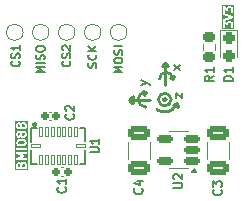
<source format=gbr>
%TF.GenerationSoftware,KiCad,Pcbnew,9.0.0*%
%TF.CreationDate,2025-05-22T16:07:54+04:00*%
%TF.ProjectId,02_03_sensor_IMU_BMI088,30325f30-335f-4736-956e-736f725f494d,rev?*%
%TF.SameCoordinates,Original*%
%TF.FileFunction,Legend,Top*%
%TF.FilePolarity,Positive*%
%FSLAX46Y46*%
G04 Gerber Fmt 4.6, Leading zero omitted, Abs format (unit mm)*
G04 Created by KiCad (PCBNEW 9.0.0) date 2025-05-22 16:07:54*
%MOMM*%
%LPD*%
G01*
G04 APERTURE LIST*
G04 Aperture macros list*
%AMRoundRect*
0 Rectangle with rounded corners*
0 $1 Rounding radius*
0 $2 $3 $4 $5 $6 $7 $8 $9 X,Y pos of 4 corners*
0 Add a 4 corners polygon primitive as box body*
4,1,4,$2,$3,$4,$5,$6,$7,$8,$9,$2,$3,0*
0 Add four circle primitives for the rounded corners*
1,1,$1+$1,$2,$3*
1,1,$1+$1,$4,$5*
1,1,$1+$1,$6,$7*
1,1,$1+$1,$8,$9*
0 Add four rect primitives between the rounded corners*
20,1,$1+$1,$2,$3,$4,$5,0*
20,1,$1+$1,$4,$5,$6,$7,0*
20,1,$1+$1,$6,$7,$8,$9,0*
20,1,$1+$1,$8,$9,$2,$3,0*%
G04 Aperture macros list end*
%ADD10C,0.150000*%
%ADD11C,0.254000*%
%ADD12C,0.190500*%
%ADD13C,0.175000*%
%ADD14C,0.120000*%
%ADD15C,0.200000*%
%ADD16C,0.059995*%
%ADD17C,0.254001*%
%ADD18C,0.000000*%
%ADD19RoundRect,0.101600X0.175000X0.725000X-0.175000X0.725000X-0.175000X-0.725000X0.175000X-0.725000X0*%
%ADD20C,0.657200*%
%ADD21RoundRect,0.243750X-0.281250X0.243750X-0.281250X-0.243750X0.281250X-0.243750X0.281250X0.243750X0*%
%ADD22C,1.100000*%
%ADD23RoundRect,0.050000X-0.125006X-0.400000X0.125006X-0.400000X0.125006X0.400000X-0.125006X0.400000X0*%
%ADD24RoundRect,0.050000X0.400000X-0.125006X0.400000X0.125006X-0.400000X0.125006X-0.400000X-0.125006X0*%
%ADD25RoundRect,0.050000X0.125006X0.400000X-0.125006X0.400000X-0.125006X-0.400000X0.125006X-0.400000X0*%
%ADD26RoundRect,0.050000X-0.400000X0.125006X-0.400000X-0.125006X0.400000X-0.125006X0.400000X0.125006X0*%
%ADD27RoundRect,0.175000X0.537500X0.175000X-0.537500X0.175000X-0.537500X-0.175000X0.537500X-0.175000X0*%
%ADD28RoundRect,0.225000X-0.300000X0.225000X-0.300000X-0.225000X0.300000X-0.225000X0.300000X0.225000X0*%
%ADD29RoundRect,0.165000X-0.165000X-0.195000X0.165000X-0.195000X0.165000X0.195000X-0.165000X0.195000X0*%
%ADD30RoundRect,0.271739X0.678261X-0.353261X0.678261X0.353261X-0.678261X0.353261X-0.678261X-0.353261X0*%
%ADD31RoundRect,0.165000X0.165000X0.195000X-0.165000X0.195000X-0.165000X-0.195000X0.165000X-0.195000X0*%
G04 APERTURE END LIST*
D10*
G36*
X158168811Y-94418004D02*
G01*
X157163255Y-94418004D01*
X157163255Y-93833333D01*
X157241033Y-93833333D01*
X157241033Y-94266667D01*
X157242474Y-94281299D01*
X157253673Y-94308335D01*
X157274365Y-94329027D01*
X157301401Y-94340226D01*
X157330665Y-94340226D01*
X157357701Y-94329027D01*
X157378393Y-94308335D01*
X157389592Y-94281299D01*
X157391033Y-94266667D01*
X157391033Y-93998615D01*
X157533312Y-94123110D01*
X157539636Y-94127631D01*
X157541032Y-94129027D01*
X157542355Y-94129575D01*
X157545273Y-94131661D01*
X157556810Y-94135562D01*
X157568068Y-94140226D01*
X157570599Y-94140226D01*
X157572994Y-94141036D01*
X157585147Y-94140226D01*
X157597332Y-94140226D01*
X157599668Y-94139258D01*
X157602192Y-94139090D01*
X157613117Y-94133687D01*
X157624368Y-94129027D01*
X157626154Y-94127240D01*
X157628424Y-94126118D01*
X157636449Y-94116945D01*
X157645060Y-94108335D01*
X157646028Y-94105998D01*
X157647694Y-94104094D01*
X157651595Y-94092556D01*
X157656259Y-94081299D01*
X157656610Y-94077728D01*
X157657069Y-94076373D01*
X157656937Y-94074405D01*
X157657700Y-94066667D01*
X157657700Y-93984371D01*
X157677671Y-93944427D01*
X157693793Y-93928305D01*
X157733738Y-93908333D01*
X157864994Y-93908333D01*
X157904940Y-93928306D01*
X157921061Y-93944427D01*
X157941033Y-93984371D01*
X157941033Y-94148962D01*
X157921061Y-94188906D01*
X157896333Y-94213634D01*
X157887006Y-94224999D01*
X157875807Y-94252036D01*
X157875807Y-94281298D01*
X157887006Y-94308335D01*
X157907698Y-94329027D01*
X157934735Y-94340226D01*
X157963997Y-94340226D01*
X157991034Y-94329027D01*
X158002399Y-94319700D01*
X158035733Y-94286366D01*
X158040451Y-94280616D01*
X158041950Y-94279317D01*
X158043371Y-94277057D01*
X158045060Y-94275001D01*
X158045817Y-94273173D01*
X158049782Y-94266874D01*
X158083115Y-94200208D01*
X158088370Y-94186476D01*
X158088560Y-94183788D01*
X158089592Y-94181299D01*
X158091033Y-94166667D01*
X158091033Y-93966667D01*
X158089592Y-93952035D01*
X158088560Y-93949545D01*
X158088370Y-93946858D01*
X158083115Y-93933127D01*
X158049782Y-93866459D01*
X158045817Y-93860161D01*
X158045060Y-93858332D01*
X158043369Y-93856272D01*
X158041950Y-93854017D01*
X158040453Y-93852719D01*
X158035732Y-93846966D01*
X158002398Y-93813633D01*
X157996646Y-93808912D01*
X157995350Y-93807418D01*
X157993095Y-93805998D01*
X157991033Y-93804306D01*
X157989202Y-93803548D01*
X157982908Y-93799585D01*
X157916242Y-93766251D01*
X157902510Y-93760996D01*
X157899820Y-93760804D01*
X157897332Y-93759774D01*
X157882700Y-93758333D01*
X157716033Y-93758333D01*
X157701401Y-93759774D01*
X157698912Y-93760804D01*
X157696223Y-93760996D01*
X157682491Y-93766251D01*
X157615825Y-93799585D01*
X157609528Y-93803548D01*
X157607698Y-93804307D01*
X157605636Y-93805998D01*
X157603382Y-93807418D01*
X157602085Y-93808913D01*
X157596333Y-93813634D01*
X157563000Y-93846967D01*
X157558281Y-93852716D01*
X157556783Y-93854016D01*
X157555361Y-93856275D01*
X157553673Y-93858332D01*
X157552915Y-93860159D01*
X157548951Y-93866459D01*
X157524248Y-93915864D01*
X157365421Y-93776890D01*
X157359096Y-93772368D01*
X157357701Y-93770973D01*
X157356377Y-93770424D01*
X157353460Y-93768339D01*
X157341922Y-93764437D01*
X157330665Y-93759774D01*
X157328134Y-93759774D01*
X157325739Y-93758964D01*
X157313586Y-93759774D01*
X157301401Y-93759774D01*
X157299064Y-93760741D01*
X157296541Y-93760910D01*
X157285615Y-93766312D01*
X157274365Y-93770973D01*
X157272578Y-93772759D01*
X157270309Y-93773882D01*
X157262283Y-93783054D01*
X157253673Y-93791665D01*
X157252704Y-93794001D01*
X157251039Y-93795906D01*
X157247137Y-93807443D01*
X157242474Y-93818701D01*
X157242122Y-93822271D01*
X157241664Y-93823627D01*
X157241795Y-93825594D01*
X157241033Y-93833333D01*
X157163255Y-93833333D01*
X157163255Y-93157286D01*
X157241622Y-93157286D01*
X157243697Y-93186476D01*
X157256783Y-93212649D01*
X157278890Y-93231823D01*
X157292316Y-93237817D01*
X157778863Y-93399999D01*
X157292316Y-93562182D01*
X157278890Y-93568176D01*
X157256783Y-93587350D01*
X157243697Y-93613523D01*
X157241622Y-93642713D01*
X157250876Y-93670476D01*
X157270050Y-93692583D01*
X157296223Y-93705669D01*
X157325413Y-93707744D01*
X157339750Y-93704484D01*
X158039750Y-93471151D01*
X158053176Y-93465157D01*
X158057224Y-93461645D01*
X158062016Y-93459250D01*
X158068178Y-93452145D01*
X158075283Y-93445983D01*
X158077679Y-93441190D01*
X158081190Y-93437143D01*
X158084163Y-93428223D01*
X158088370Y-93419810D01*
X158088750Y-93414461D01*
X158090444Y-93409380D01*
X158089777Y-93400007D01*
X158090445Y-93390620D01*
X158088748Y-93385531D01*
X158088369Y-93380190D01*
X158084165Y-93371782D01*
X158081190Y-93362857D01*
X158077678Y-93358808D01*
X158075283Y-93354017D01*
X158068180Y-93347857D01*
X158062017Y-93340750D01*
X158057222Y-93338352D01*
X158053176Y-93334843D01*
X158039750Y-93328849D01*
X157339750Y-93095515D01*
X157325413Y-93092255D01*
X157296223Y-93094330D01*
X157270050Y-93107416D01*
X157250876Y-93129523D01*
X157241622Y-93157286D01*
X157163255Y-93157286D01*
X157163255Y-92566666D01*
X157241033Y-92566666D01*
X157241033Y-93000000D01*
X157242474Y-93014632D01*
X157253673Y-93041668D01*
X157274365Y-93062360D01*
X157301401Y-93073559D01*
X157330665Y-93073559D01*
X157357701Y-93062360D01*
X157378393Y-93041668D01*
X157389592Y-93014632D01*
X157391033Y-93000000D01*
X157391033Y-92731948D01*
X157533312Y-92856443D01*
X157539636Y-92860964D01*
X157541032Y-92862360D01*
X157542355Y-92862908D01*
X157545273Y-92864994D01*
X157556810Y-92868895D01*
X157568068Y-92873559D01*
X157570599Y-92873559D01*
X157572994Y-92874369D01*
X157585147Y-92873559D01*
X157597332Y-92873559D01*
X157599668Y-92872591D01*
X157602192Y-92872423D01*
X157613117Y-92867020D01*
X157624368Y-92862360D01*
X157626154Y-92860573D01*
X157628424Y-92859451D01*
X157636449Y-92850278D01*
X157645060Y-92841668D01*
X157646028Y-92839331D01*
X157647694Y-92837427D01*
X157651595Y-92825889D01*
X157656259Y-92814632D01*
X157656610Y-92811061D01*
X157657069Y-92809706D01*
X157656937Y-92807738D01*
X157657700Y-92800000D01*
X157657700Y-92717704D01*
X157677671Y-92677760D01*
X157693793Y-92661638D01*
X157733738Y-92641666D01*
X157864994Y-92641666D01*
X157904940Y-92661639D01*
X157921061Y-92677760D01*
X157941033Y-92717704D01*
X157941033Y-92882295D01*
X157921061Y-92922239D01*
X157896333Y-92946967D01*
X157887006Y-92958332D01*
X157875807Y-92985369D01*
X157875807Y-93014631D01*
X157887006Y-93041668D01*
X157907698Y-93062360D01*
X157934735Y-93073559D01*
X157963997Y-93073559D01*
X157991034Y-93062360D01*
X158002399Y-93053033D01*
X158035733Y-93019699D01*
X158040451Y-93013949D01*
X158041950Y-93012650D01*
X158043371Y-93010390D01*
X158045060Y-93008334D01*
X158045817Y-93006506D01*
X158049782Y-93000207D01*
X158083115Y-92933541D01*
X158088370Y-92919809D01*
X158088560Y-92917121D01*
X158089592Y-92914632D01*
X158091033Y-92900000D01*
X158091033Y-92700000D01*
X158089592Y-92685368D01*
X158088560Y-92682878D01*
X158088370Y-92680191D01*
X158083115Y-92666460D01*
X158049782Y-92599792D01*
X158045817Y-92593494D01*
X158045060Y-92591665D01*
X158043369Y-92589605D01*
X158041950Y-92587350D01*
X158040453Y-92586052D01*
X158035732Y-92580299D01*
X158002398Y-92546966D01*
X157996646Y-92542245D01*
X157995350Y-92540751D01*
X157993095Y-92539331D01*
X157991033Y-92537639D01*
X157989202Y-92536881D01*
X157982908Y-92532918D01*
X157916242Y-92499584D01*
X157902510Y-92494329D01*
X157899820Y-92494137D01*
X157897332Y-92493107D01*
X157882700Y-92491666D01*
X157716033Y-92491666D01*
X157701401Y-92493107D01*
X157698912Y-92494137D01*
X157696223Y-92494329D01*
X157682491Y-92499584D01*
X157615825Y-92532918D01*
X157609528Y-92536881D01*
X157607698Y-92537640D01*
X157605636Y-92539331D01*
X157603382Y-92540751D01*
X157602085Y-92542246D01*
X157596333Y-92546967D01*
X157563000Y-92580300D01*
X157558281Y-92586049D01*
X157556783Y-92587349D01*
X157555361Y-92589608D01*
X157553673Y-92591665D01*
X157552915Y-92593492D01*
X157548951Y-92599792D01*
X157524248Y-92649197D01*
X157365421Y-92510223D01*
X157359096Y-92505701D01*
X157357701Y-92504306D01*
X157356377Y-92503757D01*
X157353460Y-92501672D01*
X157341922Y-92497770D01*
X157330665Y-92493107D01*
X157328134Y-92493107D01*
X157325739Y-92492297D01*
X157313586Y-92493107D01*
X157301401Y-92493107D01*
X157299064Y-92494074D01*
X157296541Y-92494243D01*
X157285615Y-92499645D01*
X157274365Y-92504306D01*
X157272578Y-92506092D01*
X157270309Y-92507215D01*
X157262283Y-92516387D01*
X157253673Y-92524998D01*
X157252704Y-92527334D01*
X157251039Y-92529239D01*
X157247137Y-92540776D01*
X157242474Y-92552034D01*
X157242122Y-92555604D01*
X157241664Y-92556960D01*
X157241795Y-92558927D01*
X157241033Y-92566666D01*
X157163255Y-92566666D01*
X157163255Y-92413888D01*
X158168811Y-92413888D01*
X158168811Y-94418004D01*
G37*
D11*
X152347625Y-97263100D02*
X152347625Y-99168100D01*
X153265200Y-100854025D02*
G75*
G02*
X151652268Y-101260469I-977000J473525D01*
G01*
X153036600Y-100850850D02*
X153392200Y-101057225D01*
X150687100Y-101031825D02*
G75*
G02*
X150687100Y-99761775I0J635025D01*
G01*
X149290100Y-100396825D02*
X149544100Y-100142825D01*
X152982625Y-98660100D02*
X152728625Y-98533100D01*
X153344575Y-100723850D02*
X153036600Y-100850850D01*
X152601625Y-97517100D02*
X152093625Y-97517100D01*
X150687100Y-99761825D02*
X150433100Y-99634825D01*
X152347625Y-97263100D02*
X152093625Y-97517100D01*
X153109625Y-98406100D02*
X152728625Y-98533100D01*
X149569500Y-100676225D02*
X149569500Y-100117425D01*
X149290100Y-100396825D02*
X149544100Y-100650825D01*
X152347625Y-97263100D02*
X152601625Y-97517100D01*
X152982625Y-98660100D02*
X153109625Y-98406100D01*
X150560100Y-99990425D02*
X150433100Y-99634825D01*
X153344575Y-100723850D02*
X153392200Y-101057225D01*
X150687100Y-99761825D02*
X150560100Y-99990425D01*
X149290100Y-100396825D02*
X151068100Y-100396825D01*
X152833400Y-100400000D02*
G75*
G02*
X151766600Y-100400000I-533400J0D01*
G01*
X151766600Y-100400000D02*
G75*
G02*
X152833400Y-100400000I533400J0D01*
G01*
X151839625Y-98660100D02*
G75*
G02*
X152982625Y-98660100I571500J-16D01*
G01*
X152427000Y-100400000D02*
G75*
G02*
X152173000Y-100400000I-127000J0D01*
G01*
X152173000Y-100400000D02*
G75*
G02*
X152427000Y-100400000I127000J0D01*
G01*
D12*
X150258855Y-99160386D02*
X150792189Y-98969910D01*
X150258855Y-98779433D02*
X150792189Y-98969910D01*
X150792189Y-98969910D02*
X150982665Y-99046100D01*
X150982665Y-99046100D02*
X151020760Y-99084195D01*
X151020760Y-99084195D02*
X151058855Y-99160386D01*
X153592189Y-97860386D02*
X153058855Y-97441338D01*
X153058855Y-97860386D02*
X153592189Y-97441338D01*
X153258855Y-100260386D02*
X153258855Y-99841338D01*
X153258855Y-99841338D02*
X153792189Y-100260386D01*
X153792189Y-100260386D02*
X153792189Y-99841338D01*
D13*
G36*
X140021744Y-105889767D02*
G01*
X140037380Y-105905403D01*
X140057507Y-105945656D01*
X140057507Y-106087500D01*
X139875364Y-106087500D01*
X139875364Y-105945655D01*
X139895489Y-105905404D01*
X139911123Y-105889769D01*
X139951378Y-105869643D01*
X139981495Y-105869643D01*
X140021744Y-105889767D01*
G37*
G36*
X140414602Y-105854054D02*
G01*
X140430237Y-105869688D01*
X140450364Y-105909942D01*
X140450364Y-106087500D01*
X140232507Y-106087500D01*
X140232507Y-105939199D01*
X140257198Y-105865123D01*
X140268265Y-105854056D01*
X140308521Y-105833929D01*
X140374352Y-105833929D01*
X140414602Y-105854054D01*
G37*
G36*
X140364467Y-103936129D02*
G01*
X140414603Y-103961197D01*
X140430239Y-103976833D01*
X140450364Y-104017083D01*
X140450364Y-104047200D01*
X140430237Y-104087454D01*
X140414602Y-104103088D01*
X140364470Y-104128154D01*
X140241376Y-104158928D01*
X140084348Y-104158928D01*
X139961260Y-104128155D01*
X139911122Y-104103086D01*
X139895491Y-104087455D01*
X139875364Y-104047200D01*
X139875364Y-104017083D01*
X139895489Y-103976833D01*
X139911124Y-103961197D01*
X139961257Y-103936130D01*
X140084348Y-103905357D01*
X140241376Y-103905357D01*
X140364467Y-103936129D01*
G37*
G36*
X140414602Y-103211196D02*
G01*
X140430239Y-103226833D01*
X140450364Y-103267083D01*
X140450364Y-103368628D01*
X140430237Y-103408882D01*
X140414602Y-103424516D01*
X140374352Y-103444642D01*
X140272807Y-103444642D01*
X140232551Y-103424514D01*
X140216918Y-103408881D01*
X140196792Y-103368628D01*
X140196792Y-103267084D01*
X140216918Y-103226831D01*
X140232552Y-103211197D01*
X140272807Y-103191071D01*
X140374352Y-103191071D01*
X140414602Y-103211196D01*
G37*
G36*
X139986032Y-103211197D02*
G01*
X140001666Y-103226832D01*
X140021792Y-103267083D01*
X140021792Y-103368628D01*
X140001664Y-103408883D01*
X139986033Y-103424514D01*
X139948578Y-103443242D01*
X139911122Y-103424514D01*
X139895491Y-103408883D01*
X139875364Y-103368628D01*
X139875364Y-103267083D01*
X139895489Y-103226832D01*
X139911123Y-103211197D01*
X139948578Y-103192470D01*
X139986032Y-103211197D01*
G37*
G36*
X140414602Y-102496910D02*
G01*
X140430239Y-102512547D01*
X140450364Y-102552797D01*
X140450364Y-102654342D01*
X140430237Y-102694596D01*
X140414602Y-102710230D01*
X140374352Y-102730356D01*
X140272807Y-102730356D01*
X140232551Y-102710228D01*
X140216918Y-102694595D01*
X140196792Y-102654342D01*
X140196792Y-102552798D01*
X140216918Y-102512545D01*
X140232552Y-102496911D01*
X140272807Y-102476785D01*
X140374352Y-102476785D01*
X140414602Y-102496910D01*
G37*
G36*
X139986032Y-102496911D02*
G01*
X140001666Y-102512546D01*
X140021792Y-102552797D01*
X140021792Y-102654342D01*
X140001664Y-102694597D01*
X139986033Y-102710228D01*
X139948578Y-102728956D01*
X139911122Y-102710228D01*
X139895491Y-102694597D01*
X139875364Y-102654342D01*
X139875364Y-102552797D01*
X139895489Y-102512546D01*
X139911123Y-102496911D01*
X139948578Y-102478184D01*
X139986032Y-102496911D01*
G37*
G36*
X140712864Y-106350000D02*
G01*
X139612864Y-106350000D01*
X139612864Y-105925000D01*
X139700364Y-105925000D01*
X139700364Y-106175000D01*
X139702045Y-106192070D01*
X139715110Y-106223612D01*
X139739252Y-106247754D01*
X139770794Y-106260819D01*
X139787864Y-106262500D01*
X140537864Y-106262500D01*
X140554934Y-106260819D01*
X140586476Y-106247754D01*
X140610618Y-106223612D01*
X140623683Y-106192070D01*
X140625364Y-106175000D01*
X140625364Y-105889286D01*
X140623683Y-105872216D01*
X140622479Y-105869311D01*
X140622257Y-105866175D01*
X140616127Y-105850155D01*
X140580413Y-105778726D01*
X140575787Y-105771378D01*
X140574903Y-105769243D01*
X140572930Y-105766839D01*
X140571275Y-105764210D01*
X140569530Y-105762696D01*
X140564021Y-105755984D01*
X140528306Y-105720270D01*
X140521595Y-105714763D01*
X140520082Y-105713018D01*
X140517451Y-105711362D01*
X140515047Y-105709389D01*
X140512910Y-105708504D01*
X140505566Y-105703881D01*
X140434138Y-105668167D01*
X140418119Y-105662036D01*
X140414981Y-105661813D01*
X140412077Y-105660610D01*
X140395007Y-105658929D01*
X140287864Y-105658929D01*
X140270794Y-105660610D01*
X140267889Y-105661813D01*
X140264753Y-105662036D01*
X140248733Y-105668166D01*
X140177304Y-105703880D01*
X140169954Y-105708506D01*
X140167822Y-105709390D01*
X140165420Y-105711360D01*
X140162788Y-105713018D01*
X140161273Y-105714763D01*
X140154563Y-105720271D01*
X140126535Y-105748298D01*
X140124596Y-105747077D01*
X140122192Y-105745104D01*
X140120054Y-105744218D01*
X140112709Y-105739595D01*
X140041281Y-105703881D01*
X140025262Y-105697750D01*
X140022124Y-105697527D01*
X140019220Y-105696324D01*
X140002150Y-105694643D01*
X139930721Y-105694643D01*
X139913651Y-105696324D01*
X139910746Y-105697527D01*
X139907610Y-105697750D01*
X139891590Y-105703880D01*
X139820161Y-105739594D01*
X139812813Y-105744219D01*
X139810678Y-105745104D01*
X139808274Y-105747076D01*
X139805645Y-105748732D01*
X139804131Y-105750476D01*
X139797419Y-105755986D01*
X139761705Y-105791701D01*
X139756198Y-105798411D01*
X139754453Y-105799925D01*
X139752797Y-105802555D01*
X139750824Y-105804960D01*
X139749939Y-105807096D01*
X139745316Y-105814441D01*
X139709602Y-105885869D01*
X139703471Y-105901888D01*
X139703248Y-105905025D01*
X139702045Y-105907930D01*
X139700364Y-105925000D01*
X139612864Y-105925000D01*
X139612864Y-104938285D01*
X139701378Y-104938285D01*
X139702045Y-104940119D01*
X139702045Y-104942070D01*
X139707856Y-104956100D01*
X139713046Y-104970371D01*
X139714363Y-104971809D01*
X139715110Y-104973612D01*
X139725847Y-104984349D01*
X139736104Y-104995549D01*
X139738417Y-104996919D01*
X139739252Y-104997754D01*
X139741162Y-104998545D01*
X139750862Y-105004291D01*
X140116666Y-105175000D01*
X139750862Y-105345709D01*
X139741162Y-105351454D01*
X139739252Y-105352246D01*
X139738417Y-105353080D01*
X139736104Y-105354451D01*
X139725847Y-105365650D01*
X139715110Y-105376388D01*
X139714363Y-105378190D01*
X139713046Y-105379629D01*
X139707856Y-105393899D01*
X139702045Y-105407930D01*
X139702045Y-105409880D01*
X139701378Y-105411715D01*
X139702045Y-105426881D01*
X139702045Y-105442070D01*
X139702792Y-105443874D01*
X139702878Y-105445823D01*
X139709297Y-105459579D01*
X139715110Y-105473612D01*
X139716489Y-105474991D01*
X139717315Y-105476760D01*
X139728514Y-105487016D01*
X139739252Y-105497754D01*
X139741054Y-105498500D01*
X139742493Y-105499818D01*
X139756763Y-105505007D01*
X139770794Y-105510819D01*
X139773469Y-105511082D01*
X139774579Y-105511486D01*
X139776644Y-105511395D01*
X139787864Y-105512500D01*
X140537864Y-105512500D01*
X140554934Y-105510819D01*
X140586476Y-105497754D01*
X140610618Y-105473612D01*
X140623683Y-105442070D01*
X140623683Y-105407930D01*
X140610618Y-105376388D01*
X140586476Y-105352246D01*
X140554934Y-105339181D01*
X140537864Y-105337500D01*
X140182275Y-105337500D01*
X140360580Y-105254291D01*
X140366830Y-105250588D01*
X140368949Y-105249818D01*
X140370446Y-105248446D01*
X140375338Y-105245549D01*
X140384319Y-105235741D01*
X140394127Y-105226760D01*
X140395770Y-105223237D01*
X140398396Y-105220371D01*
X140402939Y-105207875D01*
X140408564Y-105195823D01*
X140408734Y-105191937D01*
X140410063Y-105188285D01*
X140409479Y-105175000D01*
X140410063Y-105161715D01*
X140408734Y-105158062D01*
X140408564Y-105154177D01*
X140402939Y-105142124D01*
X140398396Y-105129629D01*
X140395770Y-105126762D01*
X140394127Y-105123240D01*
X140384319Y-105114258D01*
X140375338Y-105104451D01*
X140370446Y-105101553D01*
X140368949Y-105100182D01*
X140366830Y-105099411D01*
X140360580Y-105095709D01*
X140182275Y-105012500D01*
X140537864Y-105012500D01*
X140554934Y-105010819D01*
X140586476Y-104997754D01*
X140610618Y-104973612D01*
X140623683Y-104942070D01*
X140623683Y-104907930D01*
X140610618Y-104876388D01*
X140586476Y-104852246D01*
X140554934Y-104839181D01*
X140537864Y-104837500D01*
X139787864Y-104837500D01*
X139776644Y-104838604D01*
X139774579Y-104838514D01*
X139773469Y-104838917D01*
X139770794Y-104839181D01*
X139756763Y-104844992D01*
X139742493Y-104850182D01*
X139741054Y-104851499D01*
X139739252Y-104852246D01*
X139728514Y-104862983D01*
X139717315Y-104873240D01*
X139716489Y-104875008D01*
X139715110Y-104876388D01*
X139709297Y-104890420D01*
X139702878Y-104904177D01*
X139702792Y-104906125D01*
X139702045Y-104907930D01*
X139702045Y-104923118D01*
X139701378Y-104938285D01*
X139612864Y-104938285D01*
X139612864Y-104550787D01*
X139702045Y-104550787D01*
X139702045Y-104584927D01*
X139715110Y-104616469D01*
X139739252Y-104640611D01*
X139770794Y-104653676D01*
X139787864Y-104655357D01*
X140537864Y-104655357D01*
X140554934Y-104653676D01*
X140586476Y-104640611D01*
X140610618Y-104616469D01*
X140623683Y-104584927D01*
X140623683Y-104550787D01*
X140610618Y-104519245D01*
X140586476Y-104495103D01*
X140554934Y-104482038D01*
X140537864Y-104480357D01*
X139787864Y-104480357D01*
X139770794Y-104482038D01*
X139739252Y-104495103D01*
X139715110Y-104519245D01*
X139702045Y-104550787D01*
X139612864Y-104550787D01*
X139612864Y-103996428D01*
X139700364Y-103996428D01*
X139700364Y-104067857D01*
X139702045Y-104084927D01*
X139703248Y-104087831D01*
X139703471Y-104090968D01*
X139709601Y-104106988D01*
X139745315Y-104178417D01*
X139749938Y-104185762D01*
X139750824Y-104187899D01*
X139752798Y-104190304D01*
X139754453Y-104192933D01*
X139756196Y-104194445D01*
X139761706Y-104201158D01*
X139797420Y-104236872D01*
X139804130Y-104242379D01*
X139805645Y-104244125D01*
X139808277Y-104245782D01*
X139810679Y-104247753D01*
X139812811Y-104248636D01*
X139820161Y-104253263D01*
X139891590Y-104288977D01*
X139892839Y-104289455D01*
X139893347Y-104289831D01*
X139900513Y-104292391D01*
X139907610Y-104295107D01*
X139908238Y-104295151D01*
X139909499Y-104295602D01*
X140052357Y-104331316D01*
X140055317Y-104331753D01*
X140056508Y-104332247D01*
X140062930Y-104332879D01*
X140069325Y-104333825D01*
X140070602Y-104333634D01*
X140073578Y-104333928D01*
X140252150Y-104333928D01*
X140255126Y-104333634D01*
X140256404Y-104333825D01*
X140262800Y-104332879D01*
X140269220Y-104332247D01*
X140270410Y-104331753D01*
X140273372Y-104331316D01*
X140416229Y-104295601D01*
X140417486Y-104295151D01*
X140418119Y-104295107D01*
X140425215Y-104292391D01*
X140432382Y-104289831D01*
X140432892Y-104289452D01*
X140434138Y-104288976D01*
X140505566Y-104253262D01*
X140512910Y-104248638D01*
X140515047Y-104247754D01*
X140517451Y-104245780D01*
X140520082Y-104244125D01*
X140521595Y-104242379D01*
X140528306Y-104236873D01*
X140564021Y-104201159D01*
X140569530Y-104194446D01*
X140571275Y-104192933D01*
X140572930Y-104190303D01*
X140574903Y-104187900D01*
X140575787Y-104185764D01*
X140580413Y-104178417D01*
X140616127Y-104106988D01*
X140622257Y-104090968D01*
X140622479Y-104087831D01*
X140623683Y-104084927D01*
X140625364Y-104067857D01*
X140625364Y-103996428D01*
X140623683Y-103979358D01*
X140622479Y-103976453D01*
X140622257Y-103973317D01*
X140616126Y-103957297D01*
X140580412Y-103885869D01*
X140575788Y-103878523D01*
X140574903Y-103876386D01*
X140572929Y-103873981D01*
X140571275Y-103871353D01*
X140569530Y-103869840D01*
X140564021Y-103863127D01*
X140528306Y-103827413D01*
X140521595Y-103821906D01*
X140520083Y-103820162D01*
X140517452Y-103818506D01*
X140515047Y-103816532D01*
X140512911Y-103815647D01*
X140505567Y-103811024D01*
X140434139Y-103775309D01*
X140432891Y-103774831D01*
X140432382Y-103774454D01*
X140425221Y-103771896D01*
X140418119Y-103769178D01*
X140417486Y-103769133D01*
X140416229Y-103768684D01*
X140273372Y-103732969D01*
X140270410Y-103732531D01*
X140269220Y-103732038D01*
X140262800Y-103731405D01*
X140256404Y-103730460D01*
X140255126Y-103730650D01*
X140252150Y-103730357D01*
X140073578Y-103730357D01*
X140070602Y-103730650D01*
X140069325Y-103730460D01*
X140062930Y-103731405D01*
X140056508Y-103732038D01*
X140055317Y-103732531D01*
X140052357Y-103732969D01*
X139909499Y-103768683D01*
X139908238Y-103769133D01*
X139907609Y-103769178D01*
X139900515Y-103771892D01*
X139893347Y-103774454D01*
X139892838Y-103774830D01*
X139891589Y-103775309D01*
X139820160Y-103811024D01*
X139812810Y-103815649D01*
X139810679Y-103816533D01*
X139808279Y-103818501D01*
X139805644Y-103820161D01*
X139804127Y-103821909D01*
X139797420Y-103827414D01*
X139761706Y-103863128D01*
X139756196Y-103869840D01*
X139754453Y-103871353D01*
X139752799Y-103873980D01*
X139750824Y-103876387D01*
X139749938Y-103878525D01*
X139745316Y-103885869D01*
X139709602Y-103957297D01*
X139703471Y-103973316D01*
X139703248Y-103976453D01*
X139702045Y-103979358D01*
X139700364Y-103996428D01*
X139612864Y-103996428D01*
X139612864Y-103246428D01*
X139700364Y-103246428D01*
X139700364Y-103389285D01*
X139702045Y-103406355D01*
X139703248Y-103409259D01*
X139703471Y-103412396D01*
X139709601Y-103428416D01*
X139745315Y-103499845D01*
X139749938Y-103507190D01*
X139750824Y-103509327D01*
X139752798Y-103511732D01*
X139754453Y-103514361D01*
X139756196Y-103515873D01*
X139761706Y-103522586D01*
X139797420Y-103558300D01*
X139804130Y-103563807D01*
X139805645Y-103565553D01*
X139808277Y-103567210D01*
X139810679Y-103569181D01*
X139812811Y-103570064D01*
X139820161Y-103574691D01*
X139891590Y-103610405D01*
X139907610Y-103616535D01*
X139910746Y-103616757D01*
X139913651Y-103617961D01*
X139930721Y-103619642D01*
X139966435Y-103619642D01*
X139983505Y-103617961D01*
X139986409Y-103616757D01*
X139989546Y-103616535D01*
X140005566Y-103610405D01*
X140076995Y-103574691D01*
X140084340Y-103570067D01*
X140086477Y-103569182D01*
X140088882Y-103567207D01*
X140091511Y-103565553D01*
X140093023Y-103563809D01*
X140099736Y-103558300D01*
X140109292Y-103548743D01*
X140118849Y-103558300D01*
X140125559Y-103563807D01*
X140127074Y-103565553D01*
X140129706Y-103567210D01*
X140132108Y-103569181D01*
X140134240Y-103570064D01*
X140141590Y-103574691D01*
X140213019Y-103610405D01*
X140229039Y-103616535D01*
X140232175Y-103616757D01*
X140235080Y-103617961D01*
X140252150Y-103619642D01*
X140395007Y-103619642D01*
X140412077Y-103617961D01*
X140414981Y-103616757D01*
X140418119Y-103616535D01*
X140434138Y-103610404D01*
X140505566Y-103574690D01*
X140512910Y-103570066D01*
X140515047Y-103569182D01*
X140517451Y-103567208D01*
X140520082Y-103565553D01*
X140521595Y-103563807D01*
X140528306Y-103558301D01*
X140564021Y-103522587D01*
X140569530Y-103515874D01*
X140571275Y-103514361D01*
X140572930Y-103511731D01*
X140574903Y-103509328D01*
X140575787Y-103507192D01*
X140580413Y-103499845D01*
X140616127Y-103428416D01*
X140622257Y-103412396D01*
X140622479Y-103409259D01*
X140623683Y-103406355D01*
X140625364Y-103389285D01*
X140625364Y-103246428D01*
X140623683Y-103229358D01*
X140622479Y-103226453D01*
X140622257Y-103223317D01*
X140616126Y-103207297D01*
X140580412Y-103135869D01*
X140575789Y-103128525D01*
X140574904Y-103126387D01*
X140572928Y-103123980D01*
X140571275Y-103121353D01*
X140569531Y-103119840D01*
X140564022Y-103113128D01*
X140528307Y-103077413D01*
X140521594Y-103071903D01*
X140520082Y-103070160D01*
X140517454Y-103068506D01*
X140515048Y-103066531D01*
X140512909Y-103065645D01*
X140505566Y-103061023D01*
X140434138Y-103025309D01*
X140418119Y-103019178D01*
X140414981Y-103018955D01*
X140412077Y-103017752D01*
X140395007Y-103016071D01*
X140252150Y-103016071D01*
X140235080Y-103017752D01*
X140232175Y-103018955D01*
X140229039Y-103019178D01*
X140213019Y-103025308D01*
X140141590Y-103061022D01*
X140134242Y-103065647D01*
X140132107Y-103066532D01*
X140129703Y-103068504D01*
X140127074Y-103070160D01*
X140125560Y-103071904D01*
X140118848Y-103077414D01*
X140109292Y-103086969D01*
X140099737Y-103077414D01*
X140093024Y-103071904D01*
X140091511Y-103070160D01*
X140088881Y-103068504D01*
X140086478Y-103066532D01*
X140084343Y-103065647D01*
X140076995Y-103061022D01*
X140005566Y-103025308D01*
X139989546Y-103019178D01*
X139986409Y-103018955D01*
X139983505Y-103017752D01*
X139966435Y-103016071D01*
X139930721Y-103016071D01*
X139913651Y-103017752D01*
X139910746Y-103018955D01*
X139907610Y-103019178D01*
X139891590Y-103025308D01*
X139820161Y-103061022D01*
X139812813Y-103065647D01*
X139810678Y-103066532D01*
X139808274Y-103068504D01*
X139805645Y-103070160D01*
X139804131Y-103071904D01*
X139797419Y-103077414D01*
X139761705Y-103113129D01*
X139756198Y-103119839D01*
X139754453Y-103121353D01*
X139752797Y-103123983D01*
X139750824Y-103126388D01*
X139749939Y-103128524D01*
X139745316Y-103135869D01*
X139709602Y-103207297D01*
X139703471Y-103223316D01*
X139703248Y-103226453D01*
X139702045Y-103229358D01*
X139700364Y-103246428D01*
X139612864Y-103246428D01*
X139612864Y-102532142D01*
X139700364Y-102532142D01*
X139700364Y-102674999D01*
X139702045Y-102692069D01*
X139703248Y-102694973D01*
X139703471Y-102698110D01*
X139709601Y-102714130D01*
X139745315Y-102785559D01*
X139749938Y-102792904D01*
X139750824Y-102795041D01*
X139752798Y-102797446D01*
X139754453Y-102800075D01*
X139756196Y-102801587D01*
X139761706Y-102808300D01*
X139797420Y-102844014D01*
X139804130Y-102849521D01*
X139805645Y-102851267D01*
X139808277Y-102852924D01*
X139810679Y-102854895D01*
X139812811Y-102855778D01*
X139820161Y-102860405D01*
X139891590Y-102896119D01*
X139907610Y-102902249D01*
X139910746Y-102902471D01*
X139913651Y-102903675D01*
X139930721Y-102905356D01*
X139966435Y-102905356D01*
X139983505Y-102903675D01*
X139986409Y-102902471D01*
X139989546Y-102902249D01*
X140005566Y-102896119D01*
X140076995Y-102860405D01*
X140084340Y-102855781D01*
X140086477Y-102854896D01*
X140088882Y-102852921D01*
X140091511Y-102851267D01*
X140093023Y-102849523D01*
X140099736Y-102844014D01*
X140109292Y-102834457D01*
X140118849Y-102844014D01*
X140125559Y-102849521D01*
X140127074Y-102851267D01*
X140129706Y-102852924D01*
X140132108Y-102854895D01*
X140134240Y-102855778D01*
X140141590Y-102860405D01*
X140213019Y-102896119D01*
X140229039Y-102902249D01*
X140232175Y-102902471D01*
X140235080Y-102903675D01*
X140252150Y-102905356D01*
X140395007Y-102905356D01*
X140412077Y-102903675D01*
X140414981Y-102902471D01*
X140418119Y-102902249D01*
X140434138Y-102896118D01*
X140505566Y-102860404D01*
X140512910Y-102855780D01*
X140515047Y-102854896D01*
X140517451Y-102852922D01*
X140520082Y-102851267D01*
X140521595Y-102849521D01*
X140528306Y-102844015D01*
X140564021Y-102808301D01*
X140569530Y-102801588D01*
X140571275Y-102800075D01*
X140572930Y-102797445D01*
X140574903Y-102795042D01*
X140575787Y-102792906D01*
X140580413Y-102785559D01*
X140616127Y-102714130D01*
X140622257Y-102698110D01*
X140622479Y-102694973D01*
X140623683Y-102692069D01*
X140625364Y-102674999D01*
X140625364Y-102532142D01*
X140623683Y-102515072D01*
X140622479Y-102512167D01*
X140622257Y-102509031D01*
X140616126Y-102493011D01*
X140580412Y-102421583D01*
X140575789Y-102414239D01*
X140574904Y-102412101D01*
X140572928Y-102409694D01*
X140571275Y-102407067D01*
X140569531Y-102405554D01*
X140564022Y-102398842D01*
X140528307Y-102363127D01*
X140521594Y-102357617D01*
X140520082Y-102355874D01*
X140517454Y-102354220D01*
X140515048Y-102352245D01*
X140512909Y-102351359D01*
X140505566Y-102346737D01*
X140434138Y-102311023D01*
X140418119Y-102304892D01*
X140414981Y-102304669D01*
X140412077Y-102303466D01*
X140395007Y-102301785D01*
X140252150Y-102301785D01*
X140235080Y-102303466D01*
X140232175Y-102304669D01*
X140229039Y-102304892D01*
X140213019Y-102311022D01*
X140141590Y-102346736D01*
X140134242Y-102351361D01*
X140132107Y-102352246D01*
X140129703Y-102354218D01*
X140127074Y-102355874D01*
X140125560Y-102357618D01*
X140118848Y-102363128D01*
X140109292Y-102372683D01*
X140099737Y-102363128D01*
X140093024Y-102357618D01*
X140091511Y-102355874D01*
X140088881Y-102354218D01*
X140086478Y-102352246D01*
X140084343Y-102351361D01*
X140076995Y-102346736D01*
X140005566Y-102311022D01*
X139989546Y-102304892D01*
X139986409Y-102304669D01*
X139983505Y-102303466D01*
X139966435Y-102301785D01*
X139930721Y-102301785D01*
X139913651Y-102303466D01*
X139910746Y-102304669D01*
X139907610Y-102304892D01*
X139891590Y-102311022D01*
X139820161Y-102346736D01*
X139812813Y-102351361D01*
X139810678Y-102352246D01*
X139808274Y-102354218D01*
X139805645Y-102355874D01*
X139804131Y-102357618D01*
X139797419Y-102363128D01*
X139761705Y-102398843D01*
X139756198Y-102405553D01*
X139754453Y-102407067D01*
X139752797Y-102409697D01*
X139750824Y-102412102D01*
X139749939Y-102414238D01*
X139745316Y-102421583D01*
X139709602Y-102493011D01*
X139703471Y-102509030D01*
X139703248Y-102512167D01*
X139702045Y-102515072D01*
X139700364Y-102532142D01*
X139612864Y-102532142D01*
X139612864Y-102214285D01*
X140712864Y-102214285D01*
X140712864Y-106350000D01*
G37*
X158037864Y-98809771D02*
X157287864Y-98809771D01*
X157287864Y-98809771D02*
X157287864Y-98631200D01*
X157287864Y-98631200D02*
X157323578Y-98524057D01*
X157323578Y-98524057D02*
X157395007Y-98452628D01*
X157395007Y-98452628D02*
X157466435Y-98416914D01*
X157466435Y-98416914D02*
X157609292Y-98381200D01*
X157609292Y-98381200D02*
X157716435Y-98381200D01*
X157716435Y-98381200D02*
X157859292Y-98416914D01*
X157859292Y-98416914D02*
X157930721Y-98452628D01*
X157930721Y-98452628D02*
X158002150Y-98524057D01*
X158002150Y-98524057D02*
X158037864Y-98631200D01*
X158037864Y-98631200D02*
X158037864Y-98809771D01*
X158037864Y-97666914D02*
X158037864Y-98095485D01*
X158037864Y-97881200D02*
X157287864Y-97881200D01*
X157287864Y-97881200D02*
X157395007Y-97952628D01*
X157395007Y-97952628D02*
X157466435Y-98024057D01*
X157466435Y-98024057D02*
X157502150Y-98095485D01*
D10*
X144249366Y-97150000D02*
X144282700Y-97183333D01*
X144282700Y-97183333D02*
X144316033Y-97283333D01*
X144316033Y-97283333D02*
X144316033Y-97350000D01*
X144316033Y-97350000D02*
X144282700Y-97450000D01*
X144282700Y-97450000D02*
X144216033Y-97516667D01*
X144216033Y-97516667D02*
X144149366Y-97550000D01*
X144149366Y-97550000D02*
X144016033Y-97583333D01*
X144016033Y-97583333D02*
X143916033Y-97583333D01*
X143916033Y-97583333D02*
X143782700Y-97550000D01*
X143782700Y-97550000D02*
X143716033Y-97516667D01*
X143716033Y-97516667D02*
X143649366Y-97450000D01*
X143649366Y-97450000D02*
X143616033Y-97350000D01*
X143616033Y-97350000D02*
X143616033Y-97283333D01*
X143616033Y-97283333D02*
X143649366Y-97183333D01*
X143649366Y-97183333D02*
X143682700Y-97150000D01*
X144282700Y-96883333D02*
X144316033Y-96783333D01*
X144316033Y-96783333D02*
X144316033Y-96616667D01*
X144316033Y-96616667D02*
X144282700Y-96550000D01*
X144282700Y-96550000D02*
X144249366Y-96516667D01*
X144249366Y-96516667D02*
X144182700Y-96483333D01*
X144182700Y-96483333D02*
X144116033Y-96483333D01*
X144116033Y-96483333D02*
X144049366Y-96516667D01*
X144049366Y-96516667D02*
X144016033Y-96550000D01*
X144016033Y-96550000D02*
X143982700Y-96616667D01*
X143982700Y-96616667D02*
X143949366Y-96750000D01*
X143949366Y-96750000D02*
X143916033Y-96816667D01*
X143916033Y-96816667D02*
X143882700Y-96850000D01*
X143882700Y-96850000D02*
X143816033Y-96883333D01*
X143816033Y-96883333D02*
X143749366Y-96883333D01*
X143749366Y-96883333D02*
X143682700Y-96850000D01*
X143682700Y-96850000D02*
X143649366Y-96816667D01*
X143649366Y-96816667D02*
X143616033Y-96750000D01*
X143616033Y-96750000D02*
X143616033Y-96583333D01*
X143616033Y-96583333D02*
X143649366Y-96483333D01*
X143682700Y-96216666D02*
X143649366Y-96183333D01*
X143649366Y-96183333D02*
X143616033Y-96116666D01*
X143616033Y-96116666D02*
X143616033Y-95950000D01*
X143616033Y-95950000D02*
X143649366Y-95883333D01*
X143649366Y-95883333D02*
X143682700Y-95850000D01*
X143682700Y-95850000D02*
X143749366Y-95816666D01*
X143749366Y-95816666D02*
X143816033Y-95816666D01*
X143816033Y-95816666D02*
X143916033Y-95850000D01*
X143916033Y-95850000D02*
X144316033Y-96250000D01*
X144316033Y-96250000D02*
X144316033Y-95816666D01*
D13*
X145987864Y-104871428D02*
X146595007Y-104871428D01*
X146595007Y-104871428D02*
X146666435Y-104835714D01*
X146666435Y-104835714D02*
X146702150Y-104800000D01*
X146702150Y-104800000D02*
X146737864Y-104728571D01*
X146737864Y-104728571D02*
X146737864Y-104585714D01*
X146737864Y-104585714D02*
X146702150Y-104514285D01*
X146702150Y-104514285D02*
X146666435Y-104478571D01*
X146666435Y-104478571D02*
X146595007Y-104442857D01*
X146595007Y-104442857D02*
X145987864Y-104442857D01*
X146737864Y-103692857D02*
X146737864Y-104121428D01*
X146737864Y-103907143D02*
X145987864Y-103907143D01*
X145987864Y-103907143D02*
X146095007Y-103978571D01*
X146095007Y-103978571D02*
X146166435Y-104050000D01*
X146166435Y-104050000D02*
X146202150Y-104121428D01*
D10*
X146482700Y-97699999D02*
X146516033Y-97599999D01*
X146516033Y-97599999D02*
X146516033Y-97433333D01*
X146516033Y-97433333D02*
X146482700Y-97366666D01*
X146482700Y-97366666D02*
X146449366Y-97333333D01*
X146449366Y-97333333D02*
X146382700Y-97299999D01*
X146382700Y-97299999D02*
X146316033Y-97299999D01*
X146316033Y-97299999D02*
X146249366Y-97333333D01*
X146249366Y-97333333D02*
X146216033Y-97366666D01*
X146216033Y-97366666D02*
X146182700Y-97433333D01*
X146182700Y-97433333D02*
X146149366Y-97566666D01*
X146149366Y-97566666D02*
X146116033Y-97633333D01*
X146116033Y-97633333D02*
X146082700Y-97666666D01*
X146082700Y-97666666D02*
X146016033Y-97699999D01*
X146016033Y-97699999D02*
X145949366Y-97699999D01*
X145949366Y-97699999D02*
X145882700Y-97666666D01*
X145882700Y-97666666D02*
X145849366Y-97633333D01*
X145849366Y-97633333D02*
X145816033Y-97566666D01*
X145816033Y-97566666D02*
X145816033Y-97399999D01*
X145816033Y-97399999D02*
X145849366Y-97299999D01*
X146449366Y-96599999D02*
X146482700Y-96633332D01*
X146482700Y-96633332D02*
X146516033Y-96733332D01*
X146516033Y-96733332D02*
X146516033Y-96799999D01*
X146516033Y-96799999D02*
X146482700Y-96899999D01*
X146482700Y-96899999D02*
X146416033Y-96966666D01*
X146416033Y-96966666D02*
X146349366Y-96999999D01*
X146349366Y-96999999D02*
X146216033Y-97033332D01*
X146216033Y-97033332D02*
X146116033Y-97033332D01*
X146116033Y-97033332D02*
X145982700Y-96999999D01*
X145982700Y-96999999D02*
X145916033Y-96966666D01*
X145916033Y-96966666D02*
X145849366Y-96899999D01*
X145849366Y-96899999D02*
X145816033Y-96799999D01*
X145816033Y-96799999D02*
X145816033Y-96733332D01*
X145816033Y-96733332D02*
X145849366Y-96633332D01*
X145849366Y-96633332D02*
X145882700Y-96599999D01*
X146516033Y-96299999D02*
X145816033Y-96299999D01*
X146516033Y-95899999D02*
X146116033Y-96199999D01*
X145816033Y-95899999D02*
X146216033Y-96299999D01*
D13*
X153025364Y-107871428D02*
X153632507Y-107871428D01*
X153632507Y-107871428D02*
X153703935Y-107835714D01*
X153703935Y-107835714D02*
X153739650Y-107800000D01*
X153739650Y-107800000D02*
X153775364Y-107728571D01*
X153775364Y-107728571D02*
X153775364Y-107585714D01*
X153775364Y-107585714D02*
X153739650Y-107514285D01*
X153739650Y-107514285D02*
X153703935Y-107478571D01*
X153703935Y-107478571D02*
X153632507Y-107442857D01*
X153632507Y-107442857D02*
X153025364Y-107442857D01*
X153096792Y-107121428D02*
X153061078Y-107085714D01*
X153061078Y-107085714D02*
X153025364Y-107014286D01*
X153025364Y-107014286D02*
X153025364Y-106835714D01*
X153025364Y-106835714D02*
X153061078Y-106764286D01*
X153061078Y-106764286D02*
X153096792Y-106728571D01*
X153096792Y-106728571D02*
X153168221Y-106692857D01*
X153168221Y-106692857D02*
X153239650Y-106692857D01*
X153239650Y-106692857D02*
X153346792Y-106728571D01*
X153346792Y-106728571D02*
X153775364Y-107157143D01*
X153775364Y-107157143D02*
X153775364Y-106692857D01*
D10*
X142116033Y-98099999D02*
X141416033Y-98099999D01*
X141416033Y-98099999D02*
X141916033Y-97866666D01*
X141916033Y-97866666D02*
X141416033Y-97633332D01*
X141416033Y-97633332D02*
X142116033Y-97633332D01*
X142116033Y-97299999D02*
X141416033Y-97299999D01*
X142082700Y-96999999D02*
X142116033Y-96899999D01*
X142116033Y-96899999D02*
X142116033Y-96733333D01*
X142116033Y-96733333D02*
X142082700Y-96666666D01*
X142082700Y-96666666D02*
X142049366Y-96633333D01*
X142049366Y-96633333D02*
X141982700Y-96599999D01*
X141982700Y-96599999D02*
X141916033Y-96599999D01*
X141916033Y-96599999D02*
X141849366Y-96633333D01*
X141849366Y-96633333D02*
X141816033Y-96666666D01*
X141816033Y-96666666D02*
X141782700Y-96733333D01*
X141782700Y-96733333D02*
X141749366Y-96866666D01*
X141749366Y-96866666D02*
X141716033Y-96933333D01*
X141716033Y-96933333D02*
X141682700Y-96966666D01*
X141682700Y-96966666D02*
X141616033Y-96999999D01*
X141616033Y-96999999D02*
X141549366Y-96999999D01*
X141549366Y-96999999D02*
X141482700Y-96966666D01*
X141482700Y-96966666D02*
X141449366Y-96933333D01*
X141449366Y-96933333D02*
X141416033Y-96866666D01*
X141416033Y-96866666D02*
X141416033Y-96699999D01*
X141416033Y-96699999D02*
X141449366Y-96599999D01*
X141416033Y-96166666D02*
X141416033Y-96033332D01*
X141416033Y-96033332D02*
X141449366Y-95966666D01*
X141449366Y-95966666D02*
X141516033Y-95899999D01*
X141516033Y-95899999D02*
X141649366Y-95866666D01*
X141649366Y-95866666D02*
X141882700Y-95866666D01*
X141882700Y-95866666D02*
X142016033Y-95899999D01*
X142016033Y-95899999D02*
X142082700Y-95966666D01*
X142082700Y-95966666D02*
X142116033Y-96033332D01*
X142116033Y-96033332D02*
X142116033Y-96166666D01*
X142116033Y-96166666D02*
X142082700Y-96233332D01*
X142082700Y-96233332D02*
X142016033Y-96299999D01*
X142016033Y-96299999D02*
X141882700Y-96333332D01*
X141882700Y-96333332D02*
X141649366Y-96333332D01*
X141649366Y-96333332D02*
X141516033Y-96299999D01*
X141516033Y-96299999D02*
X141449366Y-96233332D01*
X141449366Y-96233332D02*
X141416033Y-96166666D01*
D13*
X156437864Y-98381200D02*
X156080721Y-98631200D01*
X156437864Y-98809771D02*
X155687864Y-98809771D01*
X155687864Y-98809771D02*
X155687864Y-98524057D01*
X155687864Y-98524057D02*
X155723578Y-98452628D01*
X155723578Y-98452628D02*
X155759292Y-98416914D01*
X155759292Y-98416914D02*
X155830721Y-98381200D01*
X155830721Y-98381200D02*
X155937864Y-98381200D01*
X155937864Y-98381200D02*
X156009292Y-98416914D01*
X156009292Y-98416914D02*
X156045007Y-98452628D01*
X156045007Y-98452628D02*
X156080721Y-98524057D01*
X156080721Y-98524057D02*
X156080721Y-98809771D01*
X156437864Y-97666914D02*
X156437864Y-98095485D01*
X156437864Y-97881200D02*
X155687864Y-97881200D01*
X155687864Y-97881200D02*
X155795007Y-97952628D01*
X155795007Y-97952628D02*
X155866435Y-98024057D01*
X155866435Y-98024057D02*
X155902150Y-98095485D01*
X144566435Y-101625000D02*
X144602150Y-101660714D01*
X144602150Y-101660714D02*
X144637864Y-101767857D01*
X144637864Y-101767857D02*
X144637864Y-101839285D01*
X144637864Y-101839285D02*
X144602150Y-101946428D01*
X144602150Y-101946428D02*
X144530721Y-102017857D01*
X144530721Y-102017857D02*
X144459292Y-102053571D01*
X144459292Y-102053571D02*
X144316435Y-102089285D01*
X144316435Y-102089285D02*
X144209292Y-102089285D01*
X144209292Y-102089285D02*
X144066435Y-102053571D01*
X144066435Y-102053571D02*
X143995007Y-102017857D01*
X143995007Y-102017857D02*
X143923578Y-101946428D01*
X143923578Y-101946428D02*
X143887864Y-101839285D01*
X143887864Y-101839285D02*
X143887864Y-101767857D01*
X143887864Y-101767857D02*
X143923578Y-101660714D01*
X143923578Y-101660714D02*
X143959292Y-101625000D01*
X143959292Y-101339285D02*
X143923578Y-101303571D01*
X143923578Y-101303571D02*
X143887864Y-101232143D01*
X143887864Y-101232143D02*
X143887864Y-101053571D01*
X143887864Y-101053571D02*
X143923578Y-100982143D01*
X143923578Y-100982143D02*
X143959292Y-100946428D01*
X143959292Y-100946428D02*
X144030721Y-100910714D01*
X144030721Y-100910714D02*
X144102150Y-100910714D01*
X144102150Y-100910714D02*
X144209292Y-100946428D01*
X144209292Y-100946428D02*
X144637864Y-101375000D01*
X144637864Y-101375000D02*
X144637864Y-100910714D01*
D10*
X139949366Y-97150000D02*
X139982700Y-97183333D01*
X139982700Y-97183333D02*
X140016033Y-97283333D01*
X140016033Y-97283333D02*
X140016033Y-97350000D01*
X140016033Y-97350000D02*
X139982700Y-97450000D01*
X139982700Y-97450000D02*
X139916033Y-97516667D01*
X139916033Y-97516667D02*
X139849366Y-97550000D01*
X139849366Y-97550000D02*
X139716033Y-97583333D01*
X139716033Y-97583333D02*
X139616033Y-97583333D01*
X139616033Y-97583333D02*
X139482700Y-97550000D01*
X139482700Y-97550000D02*
X139416033Y-97516667D01*
X139416033Y-97516667D02*
X139349366Y-97450000D01*
X139349366Y-97450000D02*
X139316033Y-97350000D01*
X139316033Y-97350000D02*
X139316033Y-97283333D01*
X139316033Y-97283333D02*
X139349366Y-97183333D01*
X139349366Y-97183333D02*
X139382700Y-97150000D01*
X139982700Y-96883333D02*
X140016033Y-96783333D01*
X140016033Y-96783333D02*
X140016033Y-96616667D01*
X140016033Y-96616667D02*
X139982700Y-96550000D01*
X139982700Y-96550000D02*
X139949366Y-96516667D01*
X139949366Y-96516667D02*
X139882700Y-96483333D01*
X139882700Y-96483333D02*
X139816033Y-96483333D01*
X139816033Y-96483333D02*
X139749366Y-96516667D01*
X139749366Y-96516667D02*
X139716033Y-96550000D01*
X139716033Y-96550000D02*
X139682700Y-96616667D01*
X139682700Y-96616667D02*
X139649366Y-96750000D01*
X139649366Y-96750000D02*
X139616033Y-96816667D01*
X139616033Y-96816667D02*
X139582700Y-96850000D01*
X139582700Y-96850000D02*
X139516033Y-96883333D01*
X139516033Y-96883333D02*
X139449366Y-96883333D01*
X139449366Y-96883333D02*
X139382700Y-96850000D01*
X139382700Y-96850000D02*
X139349366Y-96816667D01*
X139349366Y-96816667D02*
X139316033Y-96750000D01*
X139316033Y-96750000D02*
X139316033Y-96583333D01*
X139316033Y-96583333D02*
X139349366Y-96483333D01*
X140016033Y-95816666D02*
X140016033Y-96216666D01*
X140016033Y-96016666D02*
X139316033Y-96016666D01*
X139316033Y-96016666D02*
X139416033Y-96083333D01*
X139416033Y-96083333D02*
X139482700Y-96150000D01*
X139482700Y-96150000D02*
X139516033Y-96216666D01*
D13*
X157066435Y-108025000D02*
X157102150Y-108060714D01*
X157102150Y-108060714D02*
X157137864Y-108167857D01*
X157137864Y-108167857D02*
X157137864Y-108239285D01*
X157137864Y-108239285D02*
X157102150Y-108346428D01*
X157102150Y-108346428D02*
X157030721Y-108417857D01*
X157030721Y-108417857D02*
X156959292Y-108453571D01*
X156959292Y-108453571D02*
X156816435Y-108489285D01*
X156816435Y-108489285D02*
X156709292Y-108489285D01*
X156709292Y-108489285D02*
X156566435Y-108453571D01*
X156566435Y-108453571D02*
X156495007Y-108417857D01*
X156495007Y-108417857D02*
X156423578Y-108346428D01*
X156423578Y-108346428D02*
X156387864Y-108239285D01*
X156387864Y-108239285D02*
X156387864Y-108167857D01*
X156387864Y-108167857D02*
X156423578Y-108060714D01*
X156423578Y-108060714D02*
X156459292Y-108025000D01*
X156387864Y-107775000D02*
X156387864Y-107310714D01*
X156387864Y-107310714D02*
X156673578Y-107560714D01*
X156673578Y-107560714D02*
X156673578Y-107453571D01*
X156673578Y-107453571D02*
X156709292Y-107382143D01*
X156709292Y-107382143D02*
X156745007Y-107346428D01*
X156745007Y-107346428D02*
X156816435Y-107310714D01*
X156816435Y-107310714D02*
X156995007Y-107310714D01*
X156995007Y-107310714D02*
X157066435Y-107346428D01*
X157066435Y-107346428D02*
X157102150Y-107382143D01*
X157102150Y-107382143D02*
X157137864Y-107453571D01*
X157137864Y-107453571D02*
X157137864Y-107667857D01*
X157137864Y-107667857D02*
X157102150Y-107739285D01*
X157102150Y-107739285D02*
X157066435Y-107775000D01*
X150366435Y-107925000D02*
X150402150Y-107960714D01*
X150402150Y-107960714D02*
X150437864Y-108067857D01*
X150437864Y-108067857D02*
X150437864Y-108139285D01*
X150437864Y-108139285D02*
X150402150Y-108246428D01*
X150402150Y-108246428D02*
X150330721Y-108317857D01*
X150330721Y-108317857D02*
X150259292Y-108353571D01*
X150259292Y-108353571D02*
X150116435Y-108389285D01*
X150116435Y-108389285D02*
X150009292Y-108389285D01*
X150009292Y-108389285D02*
X149866435Y-108353571D01*
X149866435Y-108353571D02*
X149795007Y-108317857D01*
X149795007Y-108317857D02*
X149723578Y-108246428D01*
X149723578Y-108246428D02*
X149687864Y-108139285D01*
X149687864Y-108139285D02*
X149687864Y-108067857D01*
X149687864Y-108067857D02*
X149723578Y-107960714D01*
X149723578Y-107960714D02*
X149759292Y-107925000D01*
X149937864Y-107282143D02*
X150437864Y-107282143D01*
X149652150Y-107460714D02*
X150187864Y-107639285D01*
X150187864Y-107639285D02*
X150187864Y-107175000D01*
D10*
X148716033Y-98099999D02*
X148016033Y-98099999D01*
X148016033Y-98099999D02*
X148516033Y-97866666D01*
X148516033Y-97866666D02*
X148016033Y-97633332D01*
X148016033Y-97633332D02*
X148716033Y-97633332D01*
X148016033Y-97166666D02*
X148016033Y-97033332D01*
X148016033Y-97033332D02*
X148049366Y-96966666D01*
X148049366Y-96966666D02*
X148116033Y-96899999D01*
X148116033Y-96899999D02*
X148249366Y-96866666D01*
X148249366Y-96866666D02*
X148482700Y-96866666D01*
X148482700Y-96866666D02*
X148616033Y-96899999D01*
X148616033Y-96899999D02*
X148682700Y-96966666D01*
X148682700Y-96966666D02*
X148716033Y-97033332D01*
X148716033Y-97033332D02*
X148716033Y-97166666D01*
X148716033Y-97166666D02*
X148682700Y-97233332D01*
X148682700Y-97233332D02*
X148616033Y-97299999D01*
X148616033Y-97299999D02*
X148482700Y-97333332D01*
X148482700Y-97333332D02*
X148249366Y-97333332D01*
X148249366Y-97333332D02*
X148116033Y-97299999D01*
X148116033Y-97299999D02*
X148049366Y-97233332D01*
X148049366Y-97233332D02*
X148016033Y-97166666D01*
X148682700Y-96599999D02*
X148716033Y-96499999D01*
X148716033Y-96499999D02*
X148716033Y-96333333D01*
X148716033Y-96333333D02*
X148682700Y-96266666D01*
X148682700Y-96266666D02*
X148649366Y-96233333D01*
X148649366Y-96233333D02*
X148582700Y-96199999D01*
X148582700Y-96199999D02*
X148516033Y-96199999D01*
X148516033Y-96199999D02*
X148449366Y-96233333D01*
X148449366Y-96233333D02*
X148416033Y-96266666D01*
X148416033Y-96266666D02*
X148382700Y-96333333D01*
X148382700Y-96333333D02*
X148349366Y-96466666D01*
X148349366Y-96466666D02*
X148316033Y-96533333D01*
X148316033Y-96533333D02*
X148282700Y-96566666D01*
X148282700Y-96566666D02*
X148216033Y-96599999D01*
X148216033Y-96599999D02*
X148149366Y-96599999D01*
X148149366Y-96599999D02*
X148082700Y-96566666D01*
X148082700Y-96566666D02*
X148049366Y-96533333D01*
X148049366Y-96533333D02*
X148016033Y-96466666D01*
X148016033Y-96466666D02*
X148016033Y-96299999D01*
X148016033Y-96299999D02*
X148049366Y-96199999D01*
X148716033Y-95899999D02*
X148016033Y-95899999D01*
D13*
X143866435Y-107825000D02*
X143902150Y-107860714D01*
X143902150Y-107860714D02*
X143937864Y-107967857D01*
X143937864Y-107967857D02*
X143937864Y-108039285D01*
X143937864Y-108039285D02*
X143902150Y-108146428D01*
X143902150Y-108146428D02*
X143830721Y-108217857D01*
X143830721Y-108217857D02*
X143759292Y-108253571D01*
X143759292Y-108253571D02*
X143616435Y-108289285D01*
X143616435Y-108289285D02*
X143509292Y-108289285D01*
X143509292Y-108289285D02*
X143366435Y-108253571D01*
X143366435Y-108253571D02*
X143295007Y-108217857D01*
X143295007Y-108217857D02*
X143223578Y-108146428D01*
X143223578Y-108146428D02*
X143187864Y-108039285D01*
X143187864Y-108039285D02*
X143187864Y-107967857D01*
X143187864Y-107967857D02*
X143223578Y-107860714D01*
X143223578Y-107860714D02*
X143259292Y-107825000D01*
X143937864Y-107110714D02*
X143937864Y-107539285D01*
X143937864Y-107325000D02*
X143187864Y-107325000D01*
X143187864Y-107325000D02*
X143295007Y-107396428D01*
X143295007Y-107396428D02*
X143366435Y-107467857D01*
X143366435Y-107467857D02*
X143402150Y-107539285D01*
D14*
%TO.C,D1*%
X156965000Y-94471200D02*
X156965000Y-96756200D01*
X158435000Y-94471200D02*
X156965000Y-94471200D01*
X158435000Y-96756200D02*
X158435000Y-94471200D01*
%TO.C,CS2*%
X144700000Y-94700000D02*
G75*
G02*
X143300000Y-94700000I-700000J0D01*
G01*
X143300000Y-94700000D02*
G75*
G02*
X144700000Y-94700000I700000J0D01*
G01*
D15*
%TO.C,U1*%
X141013995Y-102775997D02*
X141473000Y-102775997D01*
X141013995Y-103970866D02*
X141013995Y-102775997D01*
X141013995Y-105824003D02*
X141013995Y-104629159D01*
X141473000Y-105824003D02*
X141013995Y-105824003D01*
X145131293Y-102775997D02*
X145459004Y-102775997D01*
X145459004Y-102775997D02*
X145586005Y-102775997D01*
X145586005Y-102775997D02*
X145586005Y-103918999D01*
X145586005Y-104681001D02*
X145586005Y-105824003D01*
X145586005Y-105824003D02*
X145131293Y-105824003D01*
D16*
X141080036Y-102799873D02*
G75*
G02*
X141020092Y-102799873I-29972J0D01*
G01*
X141020092Y-102799873D02*
G75*
G02*
X141080036Y-102799873I29972J0D01*
G01*
D17*
X141379757Y-102521996D02*
G75*
G02*
X141156235Y-102521996I-111761J0D01*
G01*
X141156235Y-102521996D02*
G75*
G02*
X141379757Y-102521996I111761J0D01*
G01*
D14*
%TO.C,SCK*%
X146900000Y-94700000D02*
G75*
G02*
X145500000Y-94700000I-700000J0D01*
G01*
X145500000Y-94700000D02*
G75*
G02*
X146900000Y-94700000I700000J0D01*
G01*
%TO.C,U2*%
X153437500Y-103090000D02*
X152637500Y-103090000D01*
X153437500Y-103090000D02*
X154237500Y-103090000D01*
X153437500Y-106210000D02*
X152637500Y-106210000D01*
X153437500Y-106210000D02*
X154237500Y-106210000D01*
X154977500Y-106490000D02*
X154497500Y-106490000D01*
X154737500Y-106160000D01*
X154977500Y-106490000D01*
G36*
X154977500Y-106490000D02*
G01*
X154497500Y-106490000D01*
X154737500Y-106160000D01*
X154977500Y-106490000D01*
G37*
%TO.C,MISO*%
X142500000Y-94700000D02*
G75*
G02*
X141100000Y-94700000I-700000J0D01*
G01*
X141100000Y-94700000D02*
G75*
G02*
X142500000Y-94700000I700000J0D01*
G01*
%TO.C,R1*%
X155503700Y-95718942D02*
X155503700Y-96193458D01*
X156548700Y-95718942D02*
X156548700Y-96193458D01*
%TO.C,C2*%
X142492164Y-101440000D02*
X142707836Y-101440000D01*
X142492164Y-102160000D02*
X142707836Y-102160000D01*
%TO.C,CS1*%
X140300000Y-94700000D02*
G75*
G02*
X138900000Y-94700000I-700000J0D01*
G01*
X138900000Y-94700000D02*
G75*
G02*
X140300000Y-94700000I700000J0D01*
G01*
%TO.C,C3*%
X155890000Y-105411252D02*
X155890000Y-103988748D01*
X157710000Y-105411252D02*
X157710000Y-103988748D01*
%TO.C,C4*%
X149190000Y-105411252D02*
X149190000Y-103988748D01*
X151010000Y-105411252D02*
X151010000Y-103988748D01*
%TO.C,MOSI*%
X149100000Y-94700000D02*
G75*
G02*
X147700000Y-94700000I-700000J0D01*
G01*
X147700000Y-94700000D02*
G75*
G02*
X149100000Y-94700000I700000J0D01*
G01*
%TO.C,C1*%
X143707836Y-106140000D02*
X143492164Y-106140000D01*
X143707836Y-106860000D02*
X143492164Y-106860000D01*
%TD*%
%LPC*%
D18*
%TO.C,J1*%
G36*
X150777686Y-92669501D02*
G01*
X150856638Y-92964152D01*
X150985556Y-93240617D01*
X151160522Y-93490495D01*
X151376222Y-93706195D01*
X151626100Y-93881161D01*
X151902565Y-94010079D01*
X152197216Y-94089031D01*
X152501100Y-94115617D01*
X152804984Y-94089031D01*
X153099635Y-94010079D01*
X153376100Y-93881161D01*
X153625978Y-93706195D01*
X153841678Y-93490495D01*
X154016644Y-93240617D01*
X154145562Y-92964152D01*
X154251100Y-92365617D01*
X155251100Y-92365617D01*
X155227573Y-92724564D01*
X155157396Y-93077369D01*
X155041769Y-93417996D01*
X154882670Y-93740617D01*
X154682822Y-94039711D01*
X154445644Y-94310161D01*
X154175194Y-94547339D01*
X153876100Y-94747187D01*
X153553479Y-94906286D01*
X153212852Y-95021913D01*
X152501100Y-95115617D01*
X152142153Y-95092090D01*
X151789348Y-95021913D01*
X151448721Y-94906286D01*
X151126100Y-94747187D01*
X150827006Y-94547339D01*
X150556556Y-94310161D01*
X150319378Y-94039711D01*
X150119530Y-93740617D01*
X149960431Y-93417996D01*
X149844804Y-93077369D01*
X149774627Y-92724564D01*
X149751100Y-92365617D01*
X150751100Y-92365617D01*
X150777686Y-92669501D01*
G37*
%TD*%
D19*
%TO.C,J1*%
X157751100Y-113090617D03*
X157251100Y-113090617D03*
X156751100Y-113090617D03*
X156251100Y-113090617D03*
X155751100Y-113090617D03*
X155251100Y-113090617D03*
X154751100Y-113090617D03*
X154251100Y-113090617D03*
X153751100Y-113090617D03*
X153251100Y-113090617D03*
X152751100Y-113090617D03*
X152251100Y-113090617D03*
X149751100Y-113090617D03*
X149251100Y-113090617D03*
X148751100Y-113090617D03*
X148251100Y-113090617D03*
X147751100Y-113090617D03*
X147251100Y-113090617D03*
X146751100Y-113090617D03*
X146251100Y-113090617D03*
X145751100Y-113090617D03*
X145251100Y-113090617D03*
X144751100Y-113090617D03*
X144251100Y-113090617D03*
X143751100Y-113090617D03*
X143251100Y-113090617D03*
X142751100Y-113090617D03*
X142251100Y-113090617D03*
X141751100Y-113090617D03*
X141251100Y-113090617D03*
X140751100Y-113090617D03*
X140251100Y-113090617D03*
X139751100Y-113090617D03*
X139251100Y-113090617D03*
D20*
X150401100Y-93365617D03*
X152501100Y-94665617D03*
X154601100Y-93365617D03*
%TD*%
D21*
%TO.C,D1*%
X157700000Y-95168700D03*
X157700000Y-96743700D03*
%TD*%
D22*
%TO.C,CS2*%
X144000000Y-94700000D03*
%TD*%
D23*
%TO.C,U1*%
X141802159Y-103100102D03*
X142302032Y-103100102D03*
X142802159Y-103100102D03*
X143302032Y-103100102D03*
X143802159Y-103100102D03*
X144302032Y-103100102D03*
X144802159Y-103100102D03*
D24*
X145214910Y-104300000D03*
D25*
X144802159Y-105499898D03*
X144302032Y-105499898D03*
X143802159Y-105499898D03*
X143302032Y-105499898D03*
X142802159Y-105499898D03*
X142302032Y-105499898D03*
X141802159Y-105499898D03*
D26*
X141385090Y-104300000D03*
%TD*%
D22*
%TO.C,SCK*%
X146200000Y-94700000D03*
%TD*%
D27*
%TO.C,U2*%
X154575000Y-105600000D03*
X154575000Y-104650000D03*
X154575000Y-103700000D03*
X152300000Y-103700000D03*
X152300000Y-105600000D03*
%TD*%
D22*
%TO.C,MISO*%
X141800000Y-94700000D03*
%TD*%
D28*
%TO.C,R1*%
X156026200Y-95131200D03*
X156026200Y-96781200D03*
%TD*%
D29*
%TO.C,C2*%
X142120000Y-101800000D03*
X143080000Y-101800000D03*
%TD*%
D22*
%TO.C,CS1*%
X139600000Y-94700000D03*
%TD*%
D30*
%TO.C,C3*%
X156800000Y-106175000D03*
X156800000Y-103225000D03*
%TD*%
%TO.C,C4*%
X150100000Y-106175000D03*
X150100000Y-103225000D03*
%TD*%
D22*
%TO.C,MOSI*%
X148400000Y-94700000D03*
%TD*%
D31*
%TO.C,C1*%
X144080000Y-106500000D03*
X143120000Y-106500000D03*
%TD*%
%LPD*%
M02*

</source>
